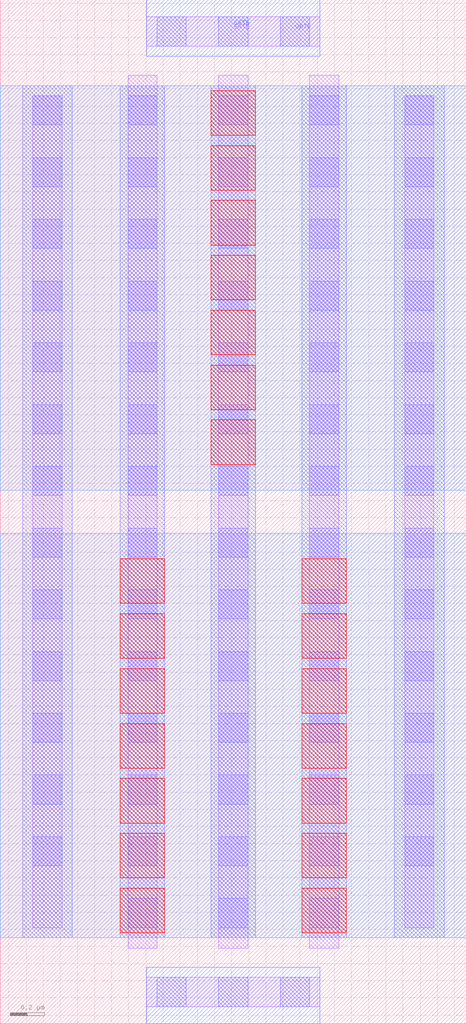
<source format=lef>
# Copyright 2020 The SkyWater PDK Authors
#
# Licensed under the Apache License, Version 2.0 (the "License");
# you may not use this file except in compliance with the License.
# You may obtain a copy of the License at
#
#     https://www.apache.org/licenses/LICENSE-2.0
#
# Unless required by applicable law or agreed to in writing, software
# distributed under the License is distributed on an "AS IS" BASIS,
# WITHOUT WARRANTIES OR CONDITIONS OF ANY KIND, either express or implied.
# See the License for the specific language governing permissions and
# limitations under the License.
#
# SPDX-License-Identifier: Apache-2.0

VERSION 5.7 ;
  NOWIREEXTENSIONATPIN ON ;
  DIVIDERCHAR "/" ;
  BUSBITCHARS "[]" ;
MACRO sky130_fd_pr__rf_nfet_01v8_lvt_aM02W5p00L0p25
  CLASS BLOCK ;
  FOREIGN sky130_fd_pr__rf_nfet_01v8_lvt_aM02W5p00L0p25 ;
  ORIGIN -0.050000 -0.050000 ;
  SIZE  2.720000 BY  5.970000 ;
  PIN GATE
    ANTENNAGATEAREA  2.525000 ;
    PORT
      LAYER li1 ;
        RECT 0.905000 0.150000 1.915000 0.320000 ;
        RECT 0.905000 5.750000 1.915000 5.920000 ;
      LAYER mcon ;
        RECT 0.965000 0.150000 1.135000 0.320000 ;
        RECT 0.965000 5.750000 1.135000 5.920000 ;
        RECT 1.325000 0.150000 1.495000 0.320000 ;
        RECT 1.325000 5.750000 1.495000 5.920000 ;
        RECT 1.685000 0.150000 1.855000 0.320000 ;
        RECT 1.685000 5.750000 1.855000 5.920000 ;
    END
    PORT
      LAYER met1 ;
        RECT 0.905000 0.050000 1.915000 0.380000 ;
        RECT 0.905000 5.690000 1.915000 6.020000 ;
    END
  END GATE
  OBS
    LAYER li1 ;
      RECT 0.240000 0.610000 0.410000 5.460000 ;
      RECT 0.795000 0.490000 0.965000 5.580000 ;
      RECT 1.325000 0.490000 1.495000 5.580000 ;
      RECT 1.855000 0.490000 2.025000 5.580000 ;
      RECT 2.410000 0.610000 2.580000 5.460000 ;
    LAYER mcon ;
      RECT 0.240000 0.970000 0.410000 1.140000 ;
      RECT 0.240000 1.330000 0.410000 1.500000 ;
      RECT 0.240000 1.690000 0.410000 1.860000 ;
      RECT 0.240000 2.050000 0.410000 2.220000 ;
      RECT 0.240000 2.410000 0.410000 2.580000 ;
      RECT 0.240000 2.770000 0.410000 2.940000 ;
      RECT 0.240000 3.130000 0.410000 3.300000 ;
      RECT 0.240000 3.490000 0.410000 3.660000 ;
      RECT 0.240000 3.850000 0.410000 4.020000 ;
      RECT 0.240000 4.210000 0.410000 4.380000 ;
      RECT 0.240000 4.570000 0.410000 4.740000 ;
      RECT 0.240000 4.930000 0.410000 5.100000 ;
      RECT 0.240000 5.290000 0.410000 5.460000 ;
      RECT 0.795000 0.610000 0.965000 0.780000 ;
      RECT 0.795000 0.970000 0.965000 1.140000 ;
      RECT 0.795000 1.330000 0.965000 1.500000 ;
      RECT 0.795000 1.690000 0.965000 1.860000 ;
      RECT 0.795000 2.050000 0.965000 2.220000 ;
      RECT 0.795000 2.410000 0.965000 2.580000 ;
      RECT 0.795000 2.770000 0.965000 2.940000 ;
      RECT 0.795000 3.130000 0.965000 3.300000 ;
      RECT 0.795000 3.490000 0.965000 3.660000 ;
      RECT 0.795000 3.850000 0.965000 4.020000 ;
      RECT 0.795000 4.210000 0.965000 4.380000 ;
      RECT 0.795000 4.570000 0.965000 4.740000 ;
      RECT 0.795000 4.930000 0.965000 5.100000 ;
      RECT 0.795000 5.290000 0.965000 5.460000 ;
      RECT 1.325000 0.610000 1.495000 0.780000 ;
      RECT 1.325000 0.970000 1.495000 1.140000 ;
      RECT 1.325000 1.330000 1.495000 1.500000 ;
      RECT 1.325000 1.690000 1.495000 1.860000 ;
      RECT 1.325000 2.050000 1.495000 2.220000 ;
      RECT 1.325000 2.410000 1.495000 2.580000 ;
      RECT 1.325000 2.770000 1.495000 2.940000 ;
      RECT 1.325000 3.130000 1.495000 3.300000 ;
      RECT 1.325000 3.490000 1.495000 3.660000 ;
      RECT 1.325000 3.850000 1.495000 4.020000 ;
      RECT 1.325000 4.210000 1.495000 4.380000 ;
      RECT 1.325000 4.570000 1.495000 4.740000 ;
      RECT 1.325000 4.930000 1.495000 5.100000 ;
      RECT 1.325000 5.290000 1.495000 5.460000 ;
      RECT 1.855000 0.610000 2.025000 0.780000 ;
      RECT 1.855000 0.970000 2.025000 1.140000 ;
      RECT 1.855000 1.330000 2.025000 1.500000 ;
      RECT 1.855000 1.690000 2.025000 1.860000 ;
      RECT 1.855000 2.050000 2.025000 2.220000 ;
      RECT 1.855000 2.410000 2.025000 2.580000 ;
      RECT 1.855000 2.770000 2.025000 2.940000 ;
      RECT 1.855000 3.130000 2.025000 3.300000 ;
      RECT 1.855000 3.490000 2.025000 3.660000 ;
      RECT 1.855000 3.850000 2.025000 4.020000 ;
      RECT 1.855000 4.210000 2.025000 4.380000 ;
      RECT 1.855000 4.570000 2.025000 4.740000 ;
      RECT 1.855000 4.930000 2.025000 5.100000 ;
      RECT 1.855000 5.290000 2.025000 5.460000 ;
      RECT 2.410000 0.970000 2.580000 1.140000 ;
      RECT 2.410000 1.330000 2.580000 1.500000 ;
      RECT 2.410000 1.690000 2.580000 1.860000 ;
      RECT 2.410000 2.050000 2.580000 2.220000 ;
      RECT 2.410000 2.410000 2.580000 2.580000 ;
      RECT 2.410000 2.770000 2.580000 2.940000 ;
      RECT 2.410000 3.130000 2.580000 3.300000 ;
      RECT 2.410000 3.490000 2.580000 3.660000 ;
      RECT 2.410000 3.850000 2.580000 4.020000 ;
      RECT 2.410000 4.210000 2.580000 4.380000 ;
      RECT 2.410000 4.570000 2.580000 4.740000 ;
      RECT 2.410000 4.930000 2.580000 5.100000 ;
      RECT 2.410000 5.290000 2.580000 5.460000 ;
    LAYER met1 ;
      RECT 0.180000 0.550000 0.470000 5.520000 ;
      RECT 0.750000 0.550000 1.010000 5.520000 ;
      RECT 1.280000 0.550000 1.540000 5.520000 ;
      RECT 1.810000 0.550000 2.070000 5.520000 ;
      RECT 2.350000 0.550000 2.640000 5.520000 ;
    LAYER met2 ;
      RECT 0.050000 0.550000 2.770000 2.910000 ;
      RECT 0.050000 3.160000 2.770000 5.520000 ;
    LAYER via ;
      RECT 0.750000 0.580000 1.010000 0.840000 ;
      RECT 0.750000 0.900000 1.010000 1.160000 ;
      RECT 0.750000 1.220000 1.010000 1.480000 ;
      RECT 0.750000 1.540000 1.010000 1.800000 ;
      RECT 0.750000 1.860000 1.010000 2.120000 ;
      RECT 0.750000 2.180000 1.010000 2.440000 ;
      RECT 0.750000 2.500000 1.010000 2.760000 ;
      RECT 1.280000 3.310000 1.540000 3.570000 ;
      RECT 1.280000 3.630000 1.540000 3.890000 ;
      RECT 1.280000 3.950000 1.540000 4.210000 ;
      RECT 1.280000 4.270000 1.540000 4.530000 ;
      RECT 1.280000 4.590000 1.540000 4.850000 ;
      RECT 1.280000 4.910000 1.540000 5.170000 ;
      RECT 1.280000 5.230000 1.540000 5.490000 ;
      RECT 1.810000 0.580000 2.070000 0.840000 ;
      RECT 1.810000 0.900000 2.070000 1.160000 ;
      RECT 1.810000 1.220000 2.070000 1.480000 ;
      RECT 1.810000 1.540000 2.070000 1.800000 ;
      RECT 1.810000 1.860000 2.070000 2.120000 ;
      RECT 1.810000 2.180000 2.070000 2.440000 ;
      RECT 1.810000 2.500000 2.070000 2.760000 ;
  END
END sky130_fd_pr__rf_nfet_01v8_lvt_aM02W5p00L0p25
END LIBRARY

</source>
